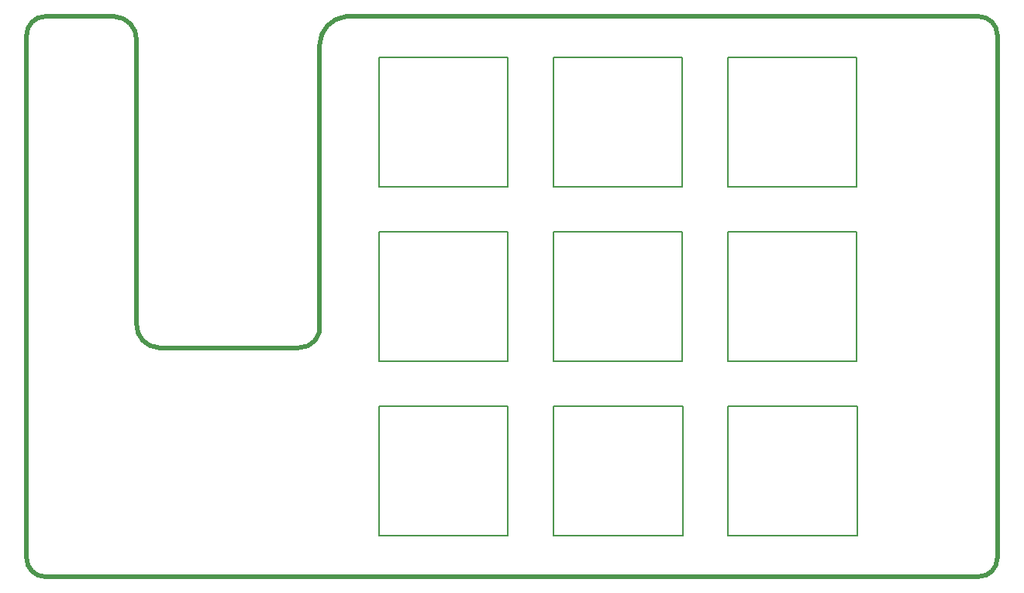
<source format=gbr>
%TF.GenerationSoftware,KiCad,Pcbnew,8.0.8*%
%TF.CreationDate,2025-02-16T23:21:43+09:00*%
%TF.ProjectId,macro,6d616372-6f2e-46b6-9963-61645f706362,rev?*%
%TF.SameCoordinates,Original*%
%TF.FileFunction,Profile,NP*%
%FSLAX46Y46*%
G04 Gerber Fmt 4.6, Leading zero omitted, Abs format (unit mm)*
G04 Created by KiCad (PCBNEW 8.0.8) date 2025-02-16 23:21:43*
%MOMM*%
%LPD*%
G01*
G04 APERTURE LIST*
%TA.AperFunction,Profile*%
%ADD10C,0.500000*%
%TD*%
%TA.AperFunction,Profile*%
%ADD11C,0.150000*%
%TD*%
G04 APERTURE END LIST*
D10*
X32000000Y-39419605D02*
G75*
G02*
X34000000Y-37408800I2005400J5405D01*
G01*
X41580386Y-37416455D02*
G75*
G02*
X43999945Y-39999998I-81986J-2501545D01*
G01*
X32000000Y-96584358D02*
X32000000Y-39419605D01*
X138012376Y-96585762D02*
X138012376Y-39414210D01*
X61718937Y-73590608D02*
X46419614Y-73583544D01*
X64000000Y-40481250D02*
X64000000Y-71000000D01*
X34000017Y-98587207D02*
G75*
G02*
X31999993Y-96584358I1383J2001407D01*
G01*
X34000017Y-98577849D02*
X136012378Y-98585812D01*
X64000000Y-71000000D02*
G75*
G02*
X61718937Y-73590603I-2207830J-355530D01*
G01*
X136004284Y-37406069D02*
G75*
G02*
X138012431Y-39414210I16J-2008131D01*
G01*
X64000000Y-40481250D02*
G75*
G02*
X66837319Y-37420889I3162320J-86400D01*
G01*
X46419614Y-73583544D02*
G75*
G02*
X44000056Y-71000002I81986J2501544D01*
G01*
X136004284Y-37408787D02*
X66837319Y-37420890D01*
X138012376Y-96585762D02*
G75*
G02*
X136012378Y-98585776I-1999976J-38D01*
G01*
X41580386Y-37416455D02*
X34000000Y-37408822D01*
X44000000Y-71000000D02*
X44000000Y-40000000D01*
D11*
X108582500Y-75050000D02*
X108582500Y-60950000D01*
X122682500Y-75050000D02*
X108582500Y-75050000D01*
X122682500Y-60950000D02*
X122682500Y-75050000D01*
X108582500Y-60950000D02*
X122682500Y-60950000D01*
X89532500Y-75050000D02*
X89532500Y-60950000D01*
X103632500Y-75050000D02*
X89532500Y-75050000D01*
X103632500Y-60950000D02*
X103632500Y-75050000D01*
X89532500Y-60950000D02*
X103632500Y-60950000D01*
X70482500Y-75050000D02*
X70482500Y-60950000D01*
X84582500Y-75050000D02*
X70482500Y-75050000D01*
X84582500Y-60950000D02*
X84582500Y-75050000D01*
X70482500Y-60950000D02*
X84582500Y-60950000D01*
X70482500Y-94100000D02*
X70482500Y-80000000D01*
X84582500Y-94100000D02*
X70482500Y-94100000D01*
X84582500Y-80000000D02*
X84582500Y-94100000D01*
X70482500Y-80000000D02*
X84582500Y-80000000D01*
X70482500Y-56000000D02*
X70482500Y-41900000D01*
X84582500Y-56000000D02*
X70482500Y-56000000D01*
X84582500Y-41900000D02*
X84582500Y-56000000D01*
X70482500Y-41900000D02*
X84582500Y-41900000D01*
X108587890Y-94100000D02*
X108587890Y-80000000D01*
X122687890Y-94100000D02*
X108587890Y-94100000D01*
X122687890Y-80000000D02*
X122687890Y-94100000D01*
X108587890Y-80000000D02*
X122687890Y-80000000D01*
X89540471Y-94100000D02*
X89540471Y-80000000D01*
X103640471Y-94100000D02*
X89540471Y-94100000D01*
X103640471Y-80000000D02*
X103640471Y-94100000D01*
X89540471Y-80000000D02*
X103640471Y-80000000D01*
X108582500Y-56000000D02*
X108582500Y-41900000D01*
X122682500Y-56000000D02*
X108582500Y-56000000D01*
X122682500Y-41900000D02*
X122682500Y-56000000D01*
X108582500Y-41900000D02*
X122682500Y-41900000D01*
X89532500Y-56000000D02*
X89532500Y-41900000D01*
X103632500Y-56000000D02*
X89532500Y-56000000D01*
X103632500Y-41900000D02*
X103632500Y-56000000D01*
X89532500Y-41900000D02*
X103632500Y-41900000D01*
M02*

</source>
